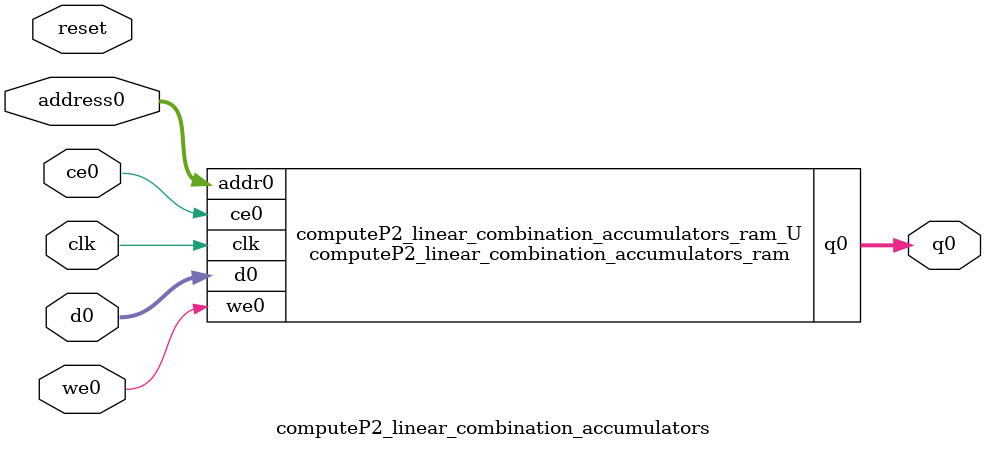
<source format=v>
`timescale 1 ns / 1 ps
module computeP2_linear_combination_accumulators_ram (addr0, ce0, d0, we0, q0,  clk);

parameter DWIDTH = 32;
parameter AWIDTH = 6;
parameter MEM_SIZE = 60;

input[AWIDTH-1:0] addr0;
input ce0;
input[DWIDTH-1:0] d0;
input we0;
output reg[DWIDTH-1:0] q0;
input clk;

reg [DWIDTH-1:0] ram[0:MEM_SIZE-1];




always @(posedge clk)  
begin 
    if (ce0) begin
        if (we0) 
            ram[addr0] <= d0; 
        q0 <= ram[addr0];
    end
end


endmodule

`timescale 1 ns / 1 ps
module computeP2_linear_combination_accumulators(
    reset,
    clk,
    address0,
    ce0,
    we0,
    d0,
    q0);

parameter DataWidth = 32'd32;
parameter AddressRange = 32'd60;
parameter AddressWidth = 32'd6;
input reset;
input clk;
input[AddressWidth - 1:0] address0;
input ce0;
input we0;
input[DataWidth - 1:0] d0;
output[DataWidth - 1:0] q0;



computeP2_linear_combination_accumulators_ram computeP2_linear_combination_accumulators_ram_U(
    .clk( clk ),
    .addr0( address0 ),
    .ce0( ce0 ),
    .we0( we0 ),
    .d0( d0 ),
    .q0( q0 ));

endmodule


</source>
